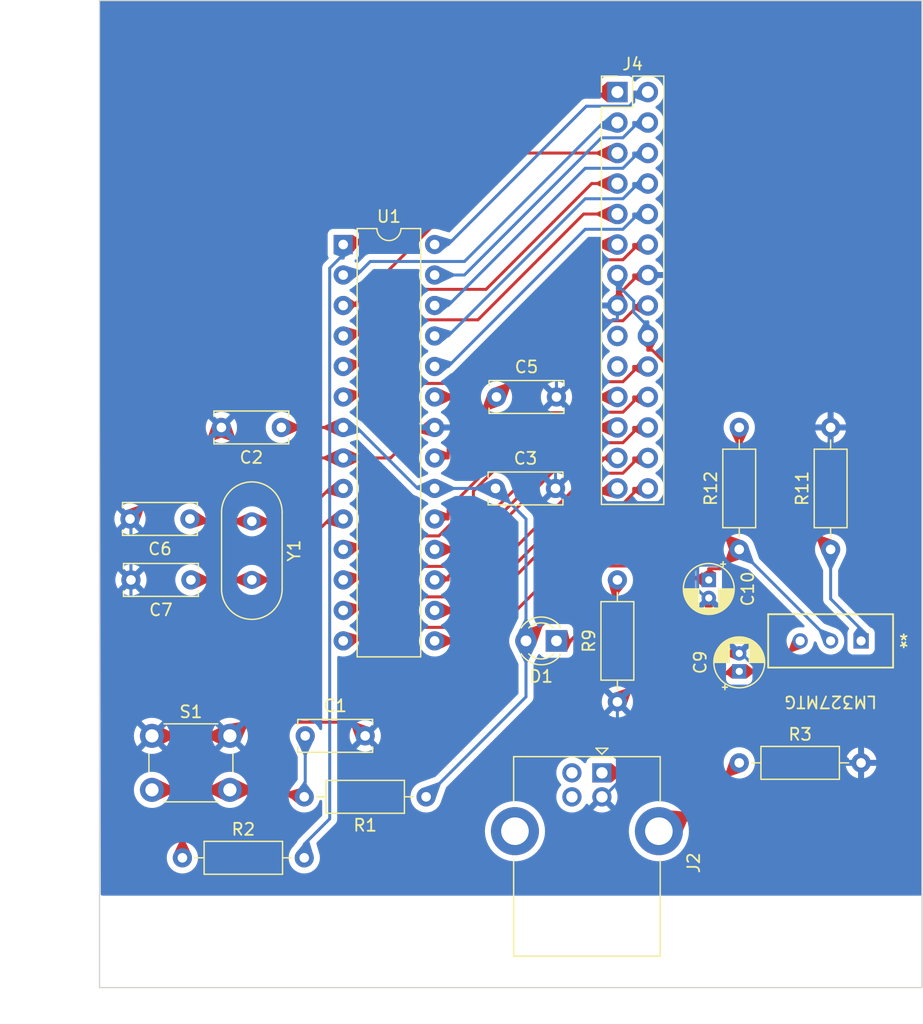
<source format=kicad_pcb>
(kicad_pcb (version 20221018) (generator pcbnew)
  (layers (0 "F.Cu" signal) (31 "B.Cu" signal) (34 "B.Paste" user) (35 "F.Paste" user) (36 "B.SilkS" user "B.Silkscreen") (37 "F.SilkS" user "F.Silkscreen") (38 "B.Mask" user) (39 "F.Mask" user) (44 "Edge.Cuts" user))
  (net 0 "")
  (net 1 "RESET")
  (net 2 "unconnected-(U1-PD0-Pad2)")
  (net 3 "unconnected-(U1-PD1-Pad3)")
  (net 4 "unconnected-(U1-PD2-Pad4)")
  (net 5 "unconnected-(U1-PD3-Pad5)")
  (net 6 "unconnected-(U1-PD4-Pad6)")
  (net 7 "Power")
  (net 8 "GND")
  (net 9 "OSC1")
  (net 10 "OSC2")
  (net 11 "unconnected-(U1-PD5-Pad11)")
  (net 12 "unconnected-(U1-PD6-Pad12)")
  (net 13 "unconnected-(U1-PD7-Pad13)")
  (net 14 "unconnected-(U1-PB0-Pad14)")
  (net 15 "unconnected-(U1-PB1-Pad15)")
  (net 16 "unconnected-(U1-PB2-Pad16)")
  (net 17 "unconnected-(U1-PB3-Pad17)")
  (net 18 "unconnected-(U1-PB4-Pad18)")
  (net 19 "unconnected-(U1-PB5-Pad19)")
  (net 20 "unconnected-(U1-AREF-Pad21)")
  (net 21 "unconnected-(U1-PC0-Pad23)")
  (net 22 "unconnected-(U1-PC1-Pad24)")
  (net 23 "unconnected-(U1-PC2-Pad25)")
  (net 24 "unconnected-(U1-PC3-Pad26)")
  (net 25 "unconnected-(U1-PC4-Pad27)")
  (net 26 "unconnected-(U1-PC5-Pad28)")
  (net 27 "Net-(U2-ADJUST)")
  (net 28 "Vin")
  (net 29 "Shield")
  (net 30 "LEDneg")
  (net 31 "Reset_middle")
  (footprint "Capacitor_THT:C_Disc_D6.0mm_W2.5mm_P5.00mm" (layer "F.Cu") (at 133.99 137.45)
    (fp_text reference "C1" (at 2.5 -2.5) (layer "F.SilkS"))
    (fp_text value "C_Disc_D6.0mm_W2.5mm_P5.00mm")
    (pad "1" thru_hole circle (at 0 0) (size 1.6 1.6) (drill 0.8) (layers "*.Cu" "*.Mask") (net 31 "Reset_middle"))
    (pad "2" thru_hole circle (at 5 0) (size 1.6 1.6) (drill 0.8) (layers "*.Cu" "*.Mask") (net 8 "GND"))
  )
  (footprint "Package_DIP:DIP-28_W7.62mm" (layer "F.Cu") (at 137.16 96.52)
    (fp_text reference "U1" (at 3.81 -2.33) (layer "F.SilkS"))
    (fp_text value "ATmega328P-P")
    (pad "1" thru_hole rect (at 0 0) (size 1.6 1.6) (drill 0.8) (layers "*.Cu" "*.Mask") (net 1 "RESET"))
    (pad "2" thru_hole oval (at 0 2.54) (size 1.6 1.6) (drill 0.8) (layers "*.Cu" "*.Mask") (net 2 "unconnected-(U1-PD0-Pad2)"))
    (pad "3" thru_hole oval (at 0 5.08) (size 1.6 1.6) (drill 0.8) (layers "*.Cu" "*.Mask") (net 3 "unconnected-(U1-PD1-Pad3)"))
    (pad "4" thru_hole oval (at 0 7.62) (size 1.6 1.6) (drill 0.8) (layers "*.Cu" "*.Mask") (net 4 "unconnected-(U1-PD2-Pad4)"))
    (pad "5" thru_hole oval (at 0 10.16) (size 1.6 1.6) (drill 0.8) (layers "*.Cu" "*.Mask") (net 5 "unconnected-(U1-PD3-Pad5)"))
    (pad "6" thru_hole oval (at 0 12.7) (size 1.6 1.6) (drill 0.8) (layers "*.Cu" "*.Mask") (net 6 "unconnected-(U1-PD4-Pad6)"))
    (pad "7" thru_hole oval (at 0 15.24) (size 1.6 1.6) (drill 0.8) (layers "*.Cu" "*.Mask") (net 7 "Power"))
    (pad "8" thru_hole oval (at 0 17.78) (size 1.6 1.6) (drill 0.8) (layers "*.Cu" "*.Mask") (net 8 "GND"))
    (pad "9" thru_hole oval (at 0 20.32) (size 1.6 1.6) (drill 0.8) (layers "*.Cu" "*.Mask") (net 9 "OSC1"))
    (pad "10" thru_hole oval (at 0 22.86) (size 1.6 1.6) (drill 0.8) (layers "*.Cu" "*.Mask") (net 10 "OSC2"))
    (pad "11" thru_hole oval (at 0 25.4) (size 1.6 1.6) (drill 0.8) (layers "*.Cu" "*.Mask") (net 11 "unconnected-(U1-PD5-Pad11)"))
    (pad "12" thru_hole oval (at 0 27.94) (size 1.6 1.6) (drill 0.8) (layers "*.Cu" "*.Mask") (net 12 "unconnected-(U1-PD6-Pad12)"))
    (pad "13" thru_hole oval (at 0 30.48) (size 1.6 1.6) (drill 0.8) (layers "*.Cu" "*.Mask") (net 13 "unconnected-(U1-PD7-Pad13)"))
    (pad "14" thru_hole oval (at 0 33.02) (size 1.6 1.6) (drill 0.8) (layers "*.Cu" "*.Mask") (net 14 "unconnected-(U1-PB0-Pad14)"))
    (pad "15" thru_hole oval (at 7.62 33.02) (size 1.6 1.6) (drill 0.8) (layers "*.Cu" "*.Mask") (net 15 "unconnected-(U1-PB1-Pad15)"))
    (pad "16" thru_hole oval (at 7.62 30.48) (size 1.6 1.6) (drill 0.8) (layers "*.Cu" "*.Mask") (net 16 "unconnected-(U1-PB2-Pad16)"))
    (pad "17" thru_hole oval (at 7.62 27.94) (size 1.6 1.6) (drill 0.8) (layers "*.Cu" "*.Mask") (net 17 "unconnected-(U1-PB3-Pad17)"))
    (pad "18" thru_hole oval (at 7.62 25.4) (size 1.6 1.6) (drill 0.8) (layers "*.Cu" "*.Mask") (net 18 "unconnected-(U1-PB4-Pad18)"))
    (pad "19" thru_hole oval (at 7.62 22.86) (size 1.6 1.6) (drill 0.8) (layers "*.Cu" "*.Mask") (net 19 "unconnected-(U1-PB5-Pad19)"))
    (pad "20" thru_hole oval (at 7.62 20.32) (size 1.6 1.6) (drill 0.8) (layers "*.Cu" "*.Mask") (net 7 "Power"))
    (pad "21" thru_hole oval (at 7.62 17.78) (size 1.6 1.6) (drill 0.8) (layers "*.Cu" "*.Mask") (net 20 "unconnected-(U1-AREF-Pad21)"))
    (pad "22" thru_hole oval (at 7.62 15.24) (size 1.6 1.6) (drill 0.8) (layers "*.Cu" "*.Mask") (net 8 "GND"))
    (pad "23" thru_hole oval (at 7.62 12.7) (size 1.6 1.6) (drill 0.8) (layers "*.Cu" "*.Mask") (net 21 "unconnected-(U1-PC0-Pad23)"))
    (pad "24" thru_hole oval (at 7.62 10.16) (size 1.6 1.6) (drill 0.8) (layers "*.Cu" "*.Mask") (net 22 "unconnected-(U1-PC1-Pad24)"))
    (pad "25" thru_hole oval (at 7.62 7.62) (size 1.6 1.6) (drill 0.8) (layers "*.Cu" "*.Mask") (net 23 "unconnected-(U1-PC2-Pad25)"))
    (pad "26" thru_hole oval (at 7.62 5.08) (size 1.6 1.6) (drill 0.8) (layers "*.Cu" "*.Mask") (net 24 "unconnected-(U1-PC3-Pad26)"))
    (pad "27" thru_hole oval (at 7.62 2.54) (size 1.6 1.6) (drill 0.8) (layers "*.Cu" "*.Mask") (net 25 "unconnected-(U1-PC4-Pad27)"))
    (pad "28" thru_hole oval (at 7.62 0) (size 1.6 1.6) (drill 0.8) (layers "*.Cu" "*.Mask") (net 26 "unconnected-(U1-PC5-Pad28)"))
  )
  (footprint "LM317:TO220-3_ONS" (layer "F.Cu") (at 180.34 129.54 180)
    (fp_text reference "LM327MTG" (at 2.54 -5.08 180 unlocked) (layer "F.SilkS"))
    (fp_text value "LM317MTG")
    (fp_text user "*" (at -3.556 0) (layer "F.SilkS"))
    (fp_text user "*" (at -3.556 0 180 unlocked) (layer "F.SilkS"))
    (pad "1" thru_hole rect (at 0 0 180) (size 1.27 1.27) (drill 0.762) (layers "*.Cu" "*.Mask") (net 27 "Net-(U2-ADJUST)"))
    (pad "2" thru_hole circle (at 2.54 0 180) (size 1.27 1.27) (drill 0.762) (layers "*.Cu" "*.Mask") (net 7 "Power"))
    (pad "3" thru_hole circle (at 5.08 0 180) (size 1.27 1.27) (drill 0.762) (layers "*.Cu" "*.Mask") (net 28 "Vin"))
  )
  (footprint "Button_Switch_THT:SW_PUSH_6mm" (layer "F.Cu") (at 121.21 137.45)
    (fp_text reference "S1" (at 3.25 -2) (layer "F.SilkS"))
    (fp_text value "SW_PUSH_6mm")
    (pad "1" thru_hole circle (at 0 0 90) (size 2 2) (drill 1.1) (layers "*.Cu" "*.Mask") (net 8 "GND"))
    (pad "1" thru_hole circle (at 6.5 0 90) (size 2 2) (drill 1.1) (layers "*.Cu" "*.Mask") (net 8 "GND"))
    (pad "2" thru_hole circle (at 0 4.5 90) (size 2 2) (drill 1.1) (layers "*.Cu" "*.Mask") (net 31 "Reset_middle"))
    (pad "2" thru_hole circle (at 6.5 4.5 90) (size 2 2) (drill 1.1) (layers "*.Cu" "*.Mask") (net 31 "Reset_middle"))
  )
  (footprint "Connector_PinHeader_2.54mm:PinHeader_2x14_P2.54mm_Vertical" (layer "F.Cu") (at 160.02 83.82)
    (fp_text reference "J4" (at 1.27 -2.33) (layer "F.SilkS"))
    (fp_text value "PinHeader_2x14_P2.54mm_Vertical")
    (pad "1" thru_hole rect (at 0 0) (size 1.7 1.7) (drill 1) (layers "*.Cu" "*.Mask") (net 1 "RESET"))
    (pad "2" thru_hole oval (at 0 2.54) (size 1.7 1.7) (drill 1) (layers "*.Cu" "*.Mask") (net 2 "unconnected-(U1-PD0-Pad2)"))
    (pad "3" thru_hole oval (at 0 5.08) (size 1.7 1.7) (drill 1) (layers "*.Cu" "*.Mask") (net 3 "unconnected-(U1-PD1-Pad3)"))
    (pad "4" thru_hole oval (at 0 7.62) (size 1.7 1.7) (drill 1) (layers "*.Cu" "*.Mask") (net 4 "unconnected-(U1-PD2-Pad4)"))
    (pad "5" thru_hole oval (at 0 10.16) (size 1.7 1.7) (drill 1) (layers "*.Cu" "*.Mask") (net 5 "unconnected-(U1-PD3-Pad5)"))
    (pad "6" thru_hole oval (at 0 12.7) (size 1.7 1.7) (drill 1) (layers "*.Cu" "*.Mask") (net 6 "unconnected-(U1-PD4-Pad6)"))
    (pad "7" thru_hole oval (at 0 15.24) (size 1.7 1.7) (drill 1) (layers "*.Cu" "*.Mask") (net 7 "Power"))
    (pad "8" thru_hole oval (at 0 17.78) (size 1.7 1.7) (drill 1) (layers "*.Cu" "*.Mask") (net 8 "GND"))
    (pad "9" thru_hole oval (at 0 20.32) (size 1.7 1.7) (drill 1) (layers "*.Cu" "*.Mask"))
    (pad "10" thru_hole oval (at 0 22.86) (size 1.7 1.7) (drill 1) (layers "*.Cu" "*.Mask"))
    (pad "11" thru_hole oval (at 0 25.4) (size 1.7 1.7) (drill 1) (layers "*.Cu" "*.Mask") (net 11 "unconnected-(U1-PD5-Pad11)"))
    (pad "12" thru_hole oval (at 0 27.94) (size 1.7 1.7) (drill 1) (layers "*.Cu" "*.Mask") (net 12 "unconnected-(U1-PD6-Pad12)"))
    (pad "13" thru_hole oval (at 0 30.48) (size 1.7 1.7) (drill 1) (layers "*.Cu" "*.Mask") (net 13 "unconnected-(U1-PD7-Pad13)"))
    (pad "14" thru_hole oval (at 0 33.02) (size 1.7 1.7) (drill 1) (layers "*.Cu" "*.Mask") (net 14 "unconnected-(U1-PB0-Pad14)"))
    (pad "15" thru_hole oval (at 2.54 33.02) (size 1.7 1.7) (drill 1) (layers "*.Cu" "*.Mask") (net 15 "unconnected-(U1-PB1-Pad15)"))
    (pad "16" thru_hole oval (at 2.54 30.48) (size 1.7 1.7) (drill 1) (layers "*.Cu" "*.Mask") (net 16 "unconnected-(U1-PB2-Pad16)"))
    (pad "17" thru_hole oval (at 2.54 27.94) (size 1.7 1.7) (drill 1) (layers "*.Cu" "*.Mask") (net 17 "unconnected-(U1-PB3-Pad17)"))
    (pad "18" thru_hole oval (at 2.54 25.4) (size 1.7 1.7) (drill 1) (layers "*.Cu" "*.Mask") (net 18 "unconnected-(U1-PB4-Pad18)"))
    (pad "19" thru_hole oval (at 2.54 22.86) (size 1.7 1.7) (drill 1) (layers "*.Cu" "*.Mask") (net 19 "unconnected-(U1-PB5-Pad19)"))
    (pad "20" thru_hole oval (at 2.54 20.32) (size 1.7 1.7) (drill 1) (layers "*.Cu" "*.Mask") (net 7 "Power"))
    (pad "21" thru_hole oval (at 2.54 17.78) (size 1.7 1.7) (drill 1) (layers "*.Cu" "*.Mask") (net 20 "unconnected-(U1-AREF-Pad21)"))
    (pad "22" thru_hole oval (at 2.54 15.24) (size 1.7 1.7) (drill 1) (layers "*.Cu" "*.Mask") (net 8 "GND"))
    (pad "23" thru_hole oval (at 2.54 12.7) (size 1.7 1.7) (drill 1) (layers "*.Cu" "*.Mask") (net 21 "unconnected-(U1-PC0-Pad23)"))
    (pad "24" thru_hole oval (at 2.54 10.16) (size 1.7 1.7) (drill 1) (layers "*.Cu" "*.Mask") (net 22 "unconnected-(U1-PC1-Pad24)"))
    (pad "25" thru_hole oval (at 2.54 7.62) (size 1.7 1.7) (drill 1) (layers "*.Cu" "*.Mask") (net 23 "unconnected-(U1-PC2-Pad25)"))
    (pad "26" thru_hole oval (at 2.54 5.08) (size 1.7 1.7) (drill 1) (layers "*.Cu" "*.Mask") (net 24 "unconnected-(U1-PC3-Pad26)"))
    (pad "27" thru_hole oval (at 2.54 2.54) (size 1.7 1.7) (drill 1) (layers "*.Cu" "*.Mask") (net 25 "unconnected-(U1-PC4-Pad27)"))
    (pad "28" thru_hole oval (at 2.54 0) (size 1.7 1.7) (drill 1) (layers "*.Cu" "*.Mask") (net 26 "unconnected-(U1-PC5-Pad28)"))
  )
  (footprint "Capacitor_THT:C_Disc_D6.0mm_W2.5mm_P5.00mm" (layer "F.Cu") (at 124.38 119.38 180)
    (fp_text reference "C6" (at 2.5 -2.5) (layer "F.SilkS"))
    (fp_text value "C_Disc_D6.0mm_W2.5mm_P5.00mm")
    (pad "1" thru_hole circle (at 0 0 180) (size 1.6 1.6) (drill 0.8) (layers "*.Cu" "*.Mask") (net 9 "OSC1"))
    (pad "2" thru_hole circle (at 5 0 180) (size 1.6 1.6) (drill 0.8) (layers "*.Cu" "*.Mask") (net 8 "GND"))
  )
  (footprint "Capacitor_THT:C_Disc_D6.0mm_W2.5mm_P5.00mm" (layer "F.Cu") (at 124.46 124.46 180)
    (fp_text reference "C7" (at 2.5 -2.5) (layer "F.SilkS"))
    (fp_text value "C_Disc_D6.0mm_W2.5mm_P5.00mm")
    (pad "1" thru_hole circle (at 0 0 180) (size 1.6 1.6) (drill 0.8) (layers "*.Cu" "*.Mask") (net 10 "OSC2"))
    (pad "2" thru_hole circle (at 5 0 180) (size 1.6 1.6) (drill 0.8) (layers "*.Cu" "*.Mask") (net 8 "GND"))
  )
  (footprint "Capacitor_THT:C_Disc_D6.0mm_W2.5mm_P5.00mm" (layer "F.Cu") (at 132 111.76 180)
    (fp_text reference "C2" (at 2.5 -2.5) (layer "F.SilkS"))
    (fp_text value "C_Disc_D6.0mm_W2.5mm_P5.00mm")
    (pad "1" thru_hole circle (at 0 0 180) (size 1.6 1.6) (drill 0.8) (layers "*.Cu" "*.Mask") (net 7 "Power"))
    (pad "2" thru_hole circle (at 5 0 180) (size 1.6 1.6) (drill 0.8) (layers "*.Cu" "*.Mask") (net 8 "GND"))
  )
  (footprint "LED_THT:LED_D3.0mm" (layer "F.Cu") (at 154.94 129.54 180)
    (fp_text reference "D1" (at 1.27 -2.96) (layer "F.SilkS"))
    (fp_text value "LED_D3.0mm")
    (pad "1" thru_hole rect (at 0 0 180) (size 1.8 1.8) (drill 0.9) (layers "*.Cu" "*.Mask") (net 30 "LEDneg"))
    (pad "2" thru_hole circle (at 2.54 0 180) (size 1.8 1.8) (drill 0.9) (layers "*.Cu" "*.Mask") (net 7 "Power"))
  )
  (footprint "Capacitor_THT:CP_Radial_D4.0mm_P1.50mm" (layer "F.Cu") (at 167.64 124.46 -90)
    (fp_text reference "C10" (at 0.75 -3.25 90) (layer "F.SilkS"))
    (fp_text value "CP_Radial_D4.0mm_P1.50mm")
    (pad "1" thru_hole rect (at 0 0 270) (size 1.2 1.2) (drill 0.6) (layers "*.Cu" "*.Mask") (net 7 "Power"))
    (pad "2" thru_hole circle (at 1.5 0 270) (size 1.2 1.2) (drill 0.6) (layers "*.Cu" "*.Mask") (net 8 "GND"))
  )
  (footprint "Resistor_THT:R_Axial_DIN0207_L6.3mm_D2.5mm_P10.16mm_Horizontal" (layer "F.Cu") (at 144.07 142.53 180)
    (fp_text reference "R1" (at 5.08 -2.37) (layer "F.SilkS"))
    (fp_text value "10k")
    (pad "1" thru_hole circle (at 0 0 180) (size 1.6 1.6) (drill 0.8) (layers "*.Cu" "*.Mask") (net 7 "Power"))
    (pad "2" thru_hole oval (at 10.16 0 180) (size 1.6 1.6) (drill 0.8) (layers "*.Cu" "*.Mask") (net 31 "Reset_middle"))
  )
  (footprint "Resistor_THT:R_Axial_DIN0207_L6.3mm_D2.5mm_P10.16mm_Horizontal" (layer "F.Cu") (at 160.02 134.62 90)
    (fp_text reference "R9" (at 5.08 -2.37 90) (layer "F.SilkS"))
    (fp_text value "1000")
    (pad "1" thru_hole circle (at 0 0 90) (size 1.6 1.6) (drill 0.8) (layers "*.Cu" "*.Mask") (net 8 "GND"))
    (pad "2" thru_hole oval (at 10.16 0 90) (size 1.6 1.6) (drill 0.8) (layers "*.Cu" "*.Mask") (net 30 "LEDneg"))
  )
  (footprint "Resistor_THT:R_Axial_DIN0207_L6.3mm_D2.5mm_P10.16mm_Horizontal" (layer "F.Cu") (at 177.8 121.92 90)
    (fp_text reference "R11" (at 5.08 -2.37 90) (layer "F.SilkS"))
    (fp_text value "1000")
    (pad "1" thru_hole circle (at 0 0 90) (size 1.6 1.6) (drill 0.8) (layers "*.Cu" "*.Mask") (net 27 "Net-(U2-ADJUST)"))
    (pad "2" thru_hole oval (at 10.16 0 90) (size 1.6 1.6) (drill 0.8) (layers "*.Cu" "*.Mask") (net 8 "GND"))
  )
  (footprint "Capacitor_THT:C_Disc_D6.0mm_W2.5mm_P5.00mm" (layer "F.Cu") (at 149.94 109.22)
    (fp_text reference "C5" (at 2.5 -2.5) (layer "F.SilkS"))
    (fp_text value "C_Disc_D6.0mm_W2.5mm_P5.00mm")
    (pad "1" thru_hole circle (at 0 0) (size 1.6 1.6) (drill 0.8) (layers "*.Cu" "*.Mask") (net 20 "unconnected-(U1-AREF-Pad21)"))
    (pad "2" thru_hole circle (at 5 0) (size 1.6 1.6) (drill 0.8) (layers "*.Cu" "*.Mask") (net 8 "GND"))
  )
  (footprint "Capacitor_THT:C_Disc_D6.0mm_W2.5mm_P5.00mm" (layer "F.Cu") (at 149.86 116.84)
    (fp_text reference "C3" (at 2.5 -2.5) (layer "F.SilkS"))
    (fp_text value "C_Disc_D6.0mm_W2.5mm_P5.00mm")
    (pad "1" thru_hole circle (at 0 0) (size 1.6 1.6) (drill 0.8) (layers "*.Cu" "*.Mask") (net 7 "Power"))
    (pad "2" thru_hole circle (at 5 0) (size 1.6 1.6) (drill 0.8) (layers "*.Cu" "*.Mask") (net 8 "GND"))
  )
  (footprint "Connector_USB:USB_B_Lumberg_2411_02_Horizontal" (layer "F.Cu") (at 158.73 140.5325 -90)
    (fp_text reference "J2" (at 7.5 -7.65 90) (layer "F.SilkS"))
    (fp_text value "USB_B_Lumberg_2411_02_Horizontal")
    (pad "1" thru_hole rect (at 0 0) (size 1.6 1.6) (drill 0.95) (layers "*.Cu" "*.Mask") (net 28 "Vin"))
    (pad "2" thru_hole circle (at 0 2.5) (size 1.6 1.6) (drill 0.95) (layers "*.Cu" "*.Mask"))
    (pad "3" thru_hole circle (at 2 2.5) (size 1.6 1.6) (drill 0.95) (layers "*.Cu" "*.Mask"))
    (pad "4" thru_hole circle (at 2 0) (size 1.6 1.6) (drill 0.95) (layers "*.Cu" "*.Mask") (net 8 "GND"))
    (pad "5" thru_hole circle (at 4.86 -4.75) (size 4 4) (drill 2.3) (layers "*.Cu" "*.Mask") (net 29 "Shield"))
    (pad "5" thru_hole circle (at 4.86 7.25) (size 4 4) (drill 2.3) (layers "*.Cu" "*.Mask"))
  )
  (footprint "Resistor_THT:R_Axial_DIN0207_L6.3mm_D2.5mm_P10.16mm_Horizontal" (layer "F.Cu") (at 170.18 139.7)
    (fp_text reference "R3" (at 5.08 -2.37) (layer "F.SilkS"))
    (fp_text value "1M")
    (pad "1" thru_hole circle (at 0 0) (size 1.6 1.6) (drill 0.8) (layers "*.Cu" "*.Mask") (net 29 "Shield"))
    (pad "2" thru_hole oval (at 10.16 0) (size 1.6 1.6) (drill 0.8) (layers "*.Cu" "*.Mask") (net 8 "GND"))
  )
  (footprint "Crystal:Crystal_HC49-4H_Vertical" (layer "F.Cu") (at 129.54 119.58 -90)
    (fp_text reference "Y1" (at 2.44 -3.525 90) (layer "F.SilkS"))
    (fp_text value "Crystal_HC49-4H_Vertical")
    (pad "1" thru_hole circle (at 0 0 270) (size 1.5 1.5) (drill 0.8) (layers "*.Cu" "*.Mask") (net 9 "OSC1"))
    (pad "2" thru_hole circle (at 4.88 0 270) (size 1.5 1.5) (drill 0.8) (layers "*.Cu" "*.Mask") (net 10 "OSC2"))
  )
  (footprint "Resistor_THT:R_Axial_DIN0207_L6.3mm_D2.5mm_P10.16mm_Horizontal" (layer "F.Cu") (at 170.18 121.92 90)
    (fp_text reference "R12" (at 5.08 -2.37 90) (layer "F.SilkS"))
    (fp_text value "330")
    (pad "1" thru_hole circle (at 0 0 90) (size 1.6 1.6) (drill 0.8) (layers "*.Cu" "*.Mask") (net 7 "Power"))
    (pad "2" thru_hole oval (at 10.16 0 90) (size 1.6 1.6) (drill 0.8) (layers "*.Cu" "*.Mask") (net 27 "Net-(U2-ADJUST)"))
  )
  (footprint "Resistor_THT:R_Axial_DIN0207_L6.3mm_D2.5mm_P10.16mm_Horizontal" (layer "F.Cu") (at 123.75 147.61)
    (fp_text reference "R2" (at 5.08 -2.37) (layer "F.SilkS"))
    (fp_text value "1000")
    (pad "1" thru_hole circle (at 0 0) (size 1.6 1.6) (drill 0.8) (layers "*.Cu" "*.Mask") (net 31 "Reset_middle"))
    (pad "2" thru_hole oval (at 10.16 0) (size 1.6 1.6) (drill 0.8) (layers "*.Cu" "*.Mask") (net 1 "RESET"))
  )
  (footprint "Capacitor_THT:CP_Radial_D4.0mm_P1.50mm" (layer "F.Cu") (at 170.18 132.08 90)
    (fp_text reference "C9" (at 0.75 -3.25 90) (layer "F.SilkS"))
    (fp_text value "CP_Radial_D4.0mm_P1.50mm" hide)
    (pad "1" thru_hole rect (at 0 0 90) (size 1.2 1.2) (drill 0.6) (layers "*.Cu" "*.Mask") (net 28 "Vin"))
    (pad "2" thru_hole circle (at 1.5 0 90) (size 1.2 1.2) (drill 0.6) (layers "*.Cu" "*.Mask") (net 8 "GND"))
  )
  (gr_rect (start 116.84 76.2) (end 185.42 158.42) (stroke (width 0.1)) (fill none) (layer "Edge.Cuts"))
  (segment (start 150.9869 83.82) (end 160.02 83.82) (width 0.25) (layer "F.Cu") (net 1))
  (segment (start 137.16 96.52) (end 138.2869 96.52) (width 0.25) (layer "F.Cu") (net 1))
  (segment (start 138.2869 96.52) (end 150.9869 83.82) (width 0.25) (layer "F.Cu") (net 1))
  (segment (start 136.0331 144.36) (end 133.91 146.4831) (width 0.25) (layer "B.Cu") (net 1))
  (segment (start 137.16 96.52) (end 137.16 97.6469) (width 0.25) (layer "B.Cu") (net 1))
  (segment (start 136.8782 97.6469) (end 136.0331 98.492) (width 0.25) (layer "B.Cu") (net 1))
  (segment (start 137.16 97.6469) (end 136.8782 97.6469) (width 0.25) (layer "B.Cu") (net 1))
  (segment (start 136.0331 98.492) (end 136.0331 144.36) (width 0.25) (layer "B.Cu") (net 1))
  (segment (start 133.91 147.61) (end 133.91 146.4831) (width 0.25) (layer "B.Cu") (net 1))
  (segment (start 147.27 97.9331) (end 158.8431 86.36) (width 0.25) (layer "B.Cu") (net 2))
  (segment (start 137.16 99.06) (end 138.2869 99.06) (width 0.25) (layer "B.Cu") (net 2))
  (segment (start 139.4138 97.9331) (end 147.27 97.9331) (width 0.25) (layer "B.Cu") (net 2))
  (segment (start 160.02 86.36) (end 158.8431 86.36) (width 0.25) (layer "B.Cu") (net 2))
  (segment (start 138.2869 99.06) (end 139.4138 97.9331) (width 0.25) (layer "B.Cu") (net 2))
  (segment (start 137.16 101.6) (end 138.2869 101.6) (width 0.25) (layer "F.Cu") (net 3))
  (segment (start 150.7052 88.9) (end 160.02 88.9) (width 0.25) (layer "F.Cu") (net 3))
  (segment (start 138.2869 101.3183) (end 150.7052 88.9) (width 0.25) (layer "F.Cu") (net 3))
  (segment (start 138.2869 101.6) (end 138.2869 101.3183) (width 0.25) (layer "F.Cu") (net 3))
  (segment (start 138.2869 104.14) (end 142.1723 100.2546) (width 0.25) (layer "F.Cu") (net 4))
  (segment (start 157.8834 91.44) (end 160.02 91.44) (width 0.25) (layer "F.Cu") (net 4))
  (segment (start 137.16 104.14) (end 138.2869 104.14) (width 0.25) (layer "F.Cu") (net 4))
  (segment (start 149.0688 100.2546) (end 157.8834 91.44) (width 0.25) (layer "F.Cu") (net 4))
  (segment (start 142.1723 100.2546) (end 149.0688 100.2546) (width 0.25) (layer "F.Cu") (net 4))
  (segment (start 137.16 106.68) (end 138.2869 106.68) (width 0.25) (layer "F.Cu") (net 5))
  (segment (start 142.1723 102.7946) (end 138.2869 106.68) (width 0.25) (layer "F.Cu") (net 5))
  (segment (start 157.2064 93.98) (end 148.3918 102.7946) (width 0.25) (layer "F.Cu") (net 5))
  (segment (start 148.3918 102.7946) (end 142.1723 102.7946) (width 0.25) (layer "F.Cu") (net 5))
  (segment (start 160.02 93.98) (end 157.2064 93.98) (width 0.25) (layer "F.Cu") (net 5))
  (segment (start 138.2869 109.22) (end 139.4138 108.0931) (width 0.25) (layer "F.Cu") (net 6))
  (segment (start 146.7155 108.0931) (end 158.2886 96.52) (width 0.25) (layer "F.Cu") (net 6))
  (segment (start 158.2886 96.52) (end 160.02 96.52) (width 0.25) (layer "F.Cu") (net 6))
  (segment (start 137.16 109.22) (end 138.2869 109.22) (width 0.25) (layer "F.Cu") (net 6))
  (segment (start 139.4138 108.0931) (end 146.7155 108.0931) (width 0.25) (layer "F.Cu") (net 6))
  (segment (start 168.4879 120.2279) (end 168.4879 110.879) (width 0.25) (layer "F.Cu") (net 7))
  (segment (start 167.1766 124.46) (end 166.7131 124.46) (width 0.25) (layer "F.Cu") (net 7))
  (segment (start 162.9258 105.3169) (end 162.56 105.3169) (width 0.25) (layer "F.Cu") (net 7))
  (segment (start 162.56 104.14) (end 162.56 105.3169) (width 0.25) (layer "F.Cu") (net 7))
  (segment (start 167.1766 124.46) (end 167.64 124.46) (width 0.25) (layer "F.Cu") (net 7))
  (segment (start 137.16 111.76) (end 132 111.76) (width 0.25) (layer "F.Cu") (net 7))
  (segment (start 168.5669 123.5331) (end 170.18 121.92) (width 0.25) (layer "F.Cu") (net 7))
  (segment (start 168.4879 110.879) (end 162.9258 105.3169) (width 0.25) (layer "F.Cu") (net 7))
  (segment (start 152.4 129.54) (end 158.6404 123.2996) (width 0.25) (layer "F.Cu") (net 7))
  (segment (start 167.64 123.5331) (end 168.5669 123.5331) (width 0.25) (layer "F.Cu") (net 7))
  (segment (start 170.18 121.92) (end 168.4879 120.2279) (width 0.25) (layer "F.Cu") (net 7))
  (segment (start 165.5527 123.2996) (end 166.7131 124.46) (width 0.25) (layer "F.Cu") (net 7))
  (segment (start 158.6404 123.2996) (end 165.5527 123.2996) (width 0.25) (layer "F.Cu") (net 7))
  (segment (start 167.64 124.46) (end 167.64 123.5331) (width 0.25) (layer "F.Cu") (net 7))
  (segment (start 177.8 129.54) (end 170.18 121.92) (width 0.25) (layer "B.Cu") (net 7))
  (segment (start 144.07 142.53) (end 152.4 134.2) (width 0.25) (layer "B.Cu") (net 7))
  (segment (start 160.02 99.06) (end 160.02 100.2369) (width 0.25) (layer "B.Cu") (net 7))
  (segment (start 152.4 119.38) (end 149.86 116.84) (width 0.25) (layer "B.Cu") (net 7))
  (segment (start 162.56 102.9631) (end 162.1921 102.9631) (width 0.25) (layer "B.Cu") (net 7))
  (segment (start 152.4 129.54) (end 152.4 119.38) (width 0.25) (layer "B.Cu") (net 7))
  (segment (start 160.3858 100.2369) (end 160.02 100.2369) (width 0.25) (layer "B.Cu") (net 7))
  (segment (start 144.78 116.84) (end 145.9069 116.84) (width 0.25) (layer "B.Cu") (net 7))
  (segment (start 143.3669 116.84) (end 144.78 116.84) (width 0.25) (layer "B.Cu") (net 7))
  (segment (start 137.16 111.76) (end 138.2869 111.76) (width 0.25) (layer "B.Cu") (net 7))
  (segment (start 152.4 134.2) (end 152.4 129.54) (width 0.25) (layer "B.Cu") (net 7))
  (segment (start 149.86 116.84) (end 145.9069 116.84) (width 0.25) (layer "B.Cu") (net 7))
  (segment (start 162.56 104.14) (end 162.56 102.9631) (width 0.25) (layer "B.Cu") (net 7))
  (segment (start 161.3831 101.2342) (end 160.3858 100.2369) (width 0.25) (layer "B.Cu") (net 7))
  (segment (start 162.1921 102.9631) (end 161.3831 102.1541) (width 0.25) (layer "B.Cu") (net 7))
  (segment (start 138.2869 111.76) (end 143.3669 116.84) (width 0.25) (layer "B.Cu") (net 7))
  (segment (start 161.3831 102.1541) (end 161.3831 101.2342) (width 0.25) (layer "B.Cu") (net 7))
  (segment (start 121.21 137.45) (end 127.71 137.45) (width 0.25) (layer "F.Cu") (net 8))
  (segment (start 167.64 130.58) (end 164.06 130.58) (width 0.25) (layer "F.Cu") (net 8))
  (segment (start 143.6531 111.76) (end 141.1131 114.3) (width 0.25) (layer "F.Cu") (net 8))
  (segment (start 167.64 125.96) (end 167.64 130.58) (width 0.25) (layer "F.Cu") (net 8))
  (segment (start 161.3831 99.4278) (end 161.3831 99.06) (width 0.25) (layer "F.Cu") (net 8))
  (segment (start 137.16 114.3) (end 129.54 114.3) (width 0.25) (layer "F.Cu") (net 8))
  (segment (start 141.1131 114.3) (end 137.16 114.3) (width 0.25) (layer "F.Cu") (net 8))
  (segment (start 160.3878 100.4231) (end 161.3831 99.4278) (width 0.25) (layer "F.Cu") (net 8))
  (segment (start 137.853 136.313) (end 138.99 137.45) (width 0.25) (layer "F.Cu") (net 8))
  (segment (start 129.54 114.3) (end 127 111.76) (width 0.25) (layer "F.Cu") (net 8))
  (segment (start 144.78 111.76) (end 143.6531 111.76) (width 0.25) (layer "F.Cu") (net 8))
  (segment (start 160.02 100.4231) (end 160.3878 100.4231) (width 0.25) (layer "F.Cu") (net 8))
  (segment (start 170.18 130.58) (end 167.64 130.58) (width 0.25) (layer "F.Cu") (net 8))
  (segment (start 164.06 130.58) (end 160.02 134.62) (width 0.25) (layer "F.Cu") (net 8))
  (segment (start 128.847 136.313) (end 137.853 136.313) (width 0.25) (layer "F.Cu") (net 8))
  (segment (start 119.38 119.38) (end 127 111.76) (width 0.25) (layer "F.Cu") (net 8))
  (segment (start 162.56 99.06) (end 161.3831 99.06) (width 0.25) (layer "F.Cu") (net 8))
  (segment (start 160.02 101.6) (end 160.02 100.4231) (width 0.25) (layer "F.Cu") (net 8))
  (segment (start 127.71 137.45) (end 128.847 136.313) (width 0.25) (layer "F.Cu") (net 8))
  (segment (start 121.21 137.45) (end 119.46 135.7) (width 0.25) (layer "B.Cu") (net 8))
  (segment (start 160.02 141.3832) (end 160.02 134.62) (width 0.25) (layer "B.Cu") (net 8))
  (segment (start 119.46 119.46) (end 119.46 124.46) (width 0.25) (layer "B.Cu") (net 8))
  (segment (start 166.7131 125.2644) (end 166.7131 118.024) (width 0.25) (layer "B.Cu") (net 8))
  (segment (start 166.7131 118.024) (end 172.6629 118.024) (width 0.25) (layer "B.Cu") (net 8))
  (segment (start 119.38 119.38) (end 119.46 119.46) (width 0.25) (layer "B.Cu") (net 8))
  (segment (start 170.18 130.58) (end 170.37 130.58) (width 0.25) (layer "B.Cu") (net 8))
  (segment (start 144.78 111.76) (end 152.4 111.76) (width 0.25) (layer "B.Cu") (net 8))
  (segment (start 154.86 116.84) (end 154.86 114.22) (width 0.25) (layer "B.Cu") (net 8))
  (segment (start 179.2131 139.4231) (end 179.2131 139.7) (width 0.25) (layer "B.Cu") (net 8))
  (segment (start 154.94 109.22) (end 154.94 107.4911) (width 0.25) (layer "B.Cu") (net 8))
  (segment (start 167.64 125.96) (end 167.4087 125.96) (width 0.25) (layer "B.Cu") (net 8))
  (segment (start 154.94 107.4911) (end 159.6542 102.7769) (width 0.25) (layer "B.Cu") (net 8))
  (segment (start 180.34 139.7) (end 179.2131 139.7) (width 0.25) (layer "B.Cu") (net 8))
  (segment (start 154.86 116.84) (end 156.044 118.024) (width 0.25) (layer "B.Cu") (net 8))
  (segment (start 160.02 101.6) (end 160.02 102.7769) (width 0.25) (layer "B.Cu") (net 8))
  (segment (start 158.73 142.5325) (end 158.8707 142.5325) (width 0.25) (layer "B.Cu") (net 8))
  (segment (start 159.6542 102.7769) (end 160.02 102.7769) (width 0.25) (layer "B.Cu") (net 8))
  (segment (start 119.46 135.7) (end 119.46 124.46) (width 0.25) (layer "B.Cu") (net 8))
  (segment (start 152.4 111.76) (end 154.94 109.22) (width 0.25) (layer "B.Cu") (net 8))
  (segment (start 170.37 130.58) (end 179.2131 139.4231) (width 0.25) (layer "B.Cu") (net 8))
  (segment (start 154.86 114.22) (end 152.4 111.76) (width 0.25) (layer "B.Cu") (net 8))
  (segment (start 177.8 111.76) (end 177.8 112.8869) (width 0.25) (layer "B.Cu") (net 8))
  (segment (start 158.8707 142.5325) (end 160.02 141.3832) (width 0.25) (layer "B.Cu") (net 8))
  (segment (start 156.044 118.024) (end 166.7131 118.024) (width 0.25) (layer "B.Cu") (net 8))
  (segment (start 172.6629 118.024) (end 177.8 112.8869) (width 0.25) (layer "B.Cu") (net 8))
  (segment (start 167.4087 125.96) (end 166.7131 125.2644) (width 0.25) (layer "B.Cu") (net 8))
  (segment (start 137.16 116.84) (end 136.0331 116.84) (width 0.25) (layer "F.Cu") (net 9))
  (segment (start 136.0331 116.84) (end 133.2931 119.58) (width 0.25) (layer "F.Cu") (net 9))
  (segment (start 133.2931 119.58) (end 129.54 119.58) (width 0.25) (layer "F.Cu") (net 9))
  (segment (start 124.58 119.58) (end 124.38 119.38) (width 0.25) (layer "F.Cu") (net 9))
  (segment (start 129.54 119.58) (end 124.58 119.58) (width 0.25) (layer "F.Cu") (net 9))
  (segment (start 137.16 119.38) (end 136.0331 119.38) (width 0.25) (layer "F.Cu") (net 10))
  (segment (start 136.0331 119.38) (end 130.9531 124.46) (width 0.25) (layer "F.Cu") (net 10))
  (segment (start 130.9531 124.46) (end 129.54 124.46) (width 0.25) (layer "F.Cu") (net 10))
  (segment (start 129.54 124.46) (end 124.46 124.46) (width 0.25) (layer "F.Cu") (net 10))
  (segment (start 152.468 115.162) (end 158.41 109.22) (width 0.25) (layer "F.Cu") (net 11))
  (segment (start 148.0149 117.9134) (end 148.0149 117.0721) (width 0.25) (layer "F.Cu") (net 11))
  (segment (start 158.41 109.22) (end 160.02 109.22) (width 0.25) (layer "F.Cu") (net 11))
  (segment (start 145.1352 120.7931) (end 148.0149 117.9134) (width 0.25) (layer "F.Cu") (net 11))
  (segment (start 139.4138 120.7931) (end 145.1352 120.7931) (width 0.25) (layer "F.Cu") (net 11))
  (segment (start 148.0149 117.0721) (end 149.925 115.162) (width 0.25) (layer "F.Cu") (net 11))
  (segment (start 137.16 121.92) (end 138.2869 121.92) (width 0.25) (layer "F.Cu") (net 11))
  (segment (start 138.2869 121.92) (end 139.4138 120.7931) (width 0.25) (layer "F.Cu") (net 11))
  (segment (start 149.925 115.162) (end 152.468 115.162) (width 0.25) (layer "F.Cu") (net 11))
  (segment (start 157.5441 111.76) (end 158.8431 111.76) (width 0.25) (layer "F.Cu") (net 12))
  (segment (start 137.16 124.46) (end 138.2869 124.46) (width 0.25) (layer "F.Cu") (net 12))
  (segment (start 160.02 111.76) (end 158.8431 111.76) (width 0.25) (layer "F.Cu") (net 12))
  (segment (start 139.4138 123.3331) (end 145.971 123.3331) (width 0.25) (layer "F.Cu") (net 12))
  (segment (start 145.971 123.3331) (end 157.5441 111.76) (width 0.25) (layer "F.Cu") (net 12))
  (segment (start 138.2869 124.46) (end 139.4138 123.3331) (width 0.25) (layer "F.Cu") (net 12))
  (segment (start 158.8431 114.4506) (end 158.8431 114.3) (width 0.25) (layer "F.Cu") (net 13))
  (segment (start 138.2869 127) (end 139.4138 125.8731) (width 0.25) (layer "F.Cu") (net 13))
  (segment (start 147.4206 125.8731) (end 158.8431 114.4506) (width 0.25) (layer "F.Cu") (net 13))
  (segment (start 139.4138 125.8731) (end 147.4206 125.8731) (width 0.25) (layer "F.Cu") (net 13))
  (segment (start 137.16 127) (end 138.2869 127) (width 0.25) (layer "F.Cu") (net 13))
  (segment (start 160.02 114.3) (end 158.8431 114.3) (width 0.25) (layer "F.Cu") (net 13))
  (segment (start 139.4138 128.4131) (end 147.27 128.4131) (width 0.25) (layer "F.Cu") (net 14))
  (segment (start 138.2869 129.54) (end 139.4138 128.4131) (width 0.25) (layer "F.Cu") (net 14))
  (segment (start 137.16 129.54) (end 138.2869 129.54) (width 0.25) (layer "F.Cu") (net 14))
  (segment (start 147.27 128.4131) (end 158.8431 116.84) (width 0.25) (layer "F.Cu") (net 14))
  (segment (start 160.02 116.84) (end 158.8431 116.84) (width 0.25) (layer "F.Cu") (net 14))
  (segment (start 144.78 129.54) (end 149.0489 129.54) (width 0.25) (layer "F.Cu") (net 15))
  (segment (start 161.3831 117.2058) (end 161.3831 116.84) (width 0.25) (layer "F.Cu") (net 15))
  (segment (start 162.56 116.84) (end 161.3831 116.84) (width 0.25) (layer "F.Cu") (net 15))
  (segment (start 149.0489 129.54) (end 161.3831 117.2058) (width 0.25) (layer "F.Cu") (net 15))
  (segment (start 161.3831 114.6658) (end 161.3831 114.3) (width 0.25) (layer "F.Cu") (net 16))
  (segment (start 162.56 114.3) (end 161.3831 114.3) (width 0.25) (layer "F.Cu") (net 16))
  (segment (start 159.11 115.5715) (end 160.4774 115.5715) (width 0.25) (layer "F.Cu") (net 16))
  (segment (start 144.78 127) (end 147.6815 127) (width 0.25) (layer "F.Cu") (net 16))
  (segment (start 160.4774 115.5715) (end 161.3831 114.6658) (width 0.25) (layer "F.Cu") (net 16))
  (segment (start 147.6815 127) (end 159.11 115.5715) (width 0.25) (layer "F.Cu") (net 16))
  (segment (start 160.4789 113.03) (end 161.3831 112.1258) (width 0.25) (layer "F.Cu") (net 17))
  (segment (start 145.9069 124.46) (end 145.9069 124.1995) (width 0.25) (layer "F.Cu") (net 17))
  (segment (start 157.0764 113.03) (end 160.4789 113.03) (width 0.25) (layer "F.Cu") (net 17))
  (segment (start 144.78 124.46) (end 145.9069 124.46) (width 0.25) (layer "F.Cu") (net 17))
  (segment (start 145.9069 124.1995) (end 157.0764 113.03) (width 0.25) (layer "F.Cu") (net 17))
  (segment (start 161.3831 112.1258) (end 161.3831 111.76) (width 0.25) (layer "F.Cu") (net 17))
  (segment (start 162.56 111.76) (end 161.3831 111.76) (width 0.25) (layer "F.Cu") (net 17))
  (segment (start 157.8892 110.49) (end 160.4789 110.49) (width 0.25) (layer "F.Cu") (net 18))
  (segment (start 160.4789 110.49) (end 161.3831 109.5858) (width 0.25) (layer "F.Cu") (net 18))
  (segment (start 161.3831 109.5858) (end 161.3831 109.22) (width 0.25) (layer "F.Cu") (net 18))
  (segment (start 146.4592 121.92) (end 157.8892 110.49) (width 0.25) (layer "F.Cu") (net 18))
  (segment (start 144.78 121.92) (end 146.4592 121.92) (width 0.25) (layer "F.Cu") (net 18))
  (segment (start 162.56 109.22) (end 161.3831 109.22) (width 0.25) (layer "F.Cu") (net 18))
  (segment (start 161.3831 107.0458) (end 161.3831 106.68) (width 0.25) (layer "F.Cu") (net 19))
  (segment (start 155.9103 110.5322) (end 158.4925 107.95) (width 0.25) (layer "F.Cu") (net 19))
  (segment (start 145.9069 118.5348) (end 153.9095 110.5322) (width 0.25) (layer "F.Cu") (net 19))
  (segment (start 158.4925 107.95) (end 160.4789 107.95) (width 0.25) (layer "F.Cu") (net 19))
  (segment (start 144.78 119.38) (end 145.9069 119.38) (width 0.25) (layer "F.Cu") (net 19))
  (segment (start 153.9095 110.5322) (end 155.9103 110.5322) (width 0.25) (layer "F.Cu") (net 19))
  (segment (start 162.56 106.68) (end 161.3831 106.68) (width 0.25) (layer "F.Cu") (net 19))
  (segment (start 145.9069 119.38) (end 145.9069 118.5348) (width 0.25) (layer "F.Cu") (net 19))
  (segment (start 160.4789 107.95) (end 161.3831 107.0458) (width 0.25) (layer "F.Cu") (net 19))
  (segment (start 162.56 101.6) (end 161.3831 101.6) (width 0.25) (layer "F.Cu") (net 20))
  (segment (start 144.78 114.3) (end 145.9069 114.3) (width 0.25) (layer "F.Cu") (net 20))
  (segment (start 160.4789 102.87) (end 161.3831 101.9658) (width 0.25) (layer "F.Cu") (net 20))
  (segment (start 145.9069 113.2531) (end 149.94 109.22) (width 0.25) (layer "F.Cu") (net 20))
  (segment (start 145.9069 114.3) (end 145.9069 113.2531) (width 0.25) (layer "F.Cu") (net 20))
  (segment (start 156.29 102.87) (end 160.4789 102.87) (width 0.25) (layer "F.Cu") (net 20))
  (segment (start 161.3831 101.9658) (end 161.3831 101.6) (width 0.25) (layer "F.Cu") (net 20))
  (segment (start 149.94 109.22) (end 156.29 102.87) (width 0.25) (layer "F.Cu") (net 20))
  (segment (start 161.3831 96.8858) (end 161.3831 96.52) (width 0.25) (layer "F.Cu") (net 21))
  (segment (start 145.9069 109.22) (end 146.5459 109.22) (width 0.25) (layer "F.Cu") (net 21))
  (segment (start 157.9744 97.7915) (end 160.4774 97.7915) (width 0.25) (layer "F.Cu") (net 21))
  (segment (start 144.78 109.22) (end 145.9069 109.22) (width 0.25) (layer "F.Cu") (net 21))
  (segment (start 160.4774 97.7915) (end 161.3831 96.8858) (width 0.25) (layer "F.Cu") (net 21))
  (segment (start 146.5459 109.22) (end 157.9744 97.7915) (width 0.25) (layer "F.Cu") (net 21))
  (segment (start 162.56 96.52) (end 161.3831 96.52) (width 0.25) (layer "F.Cu") (net 21))
  (segment (start 162.56 93.98) (end 161.3831 93.98) (width 0.25) (layer "B.Cu") (net 22))
  (segment (start 157.3369 95.25) (end 160.4789 95.25) (width 0.25) (layer "B.Cu") (net 22))
  (segment (start 144.78 106.68) (end 145.9069 106.68) (width 0.25) (layer "B.Cu") (net 22))
  (segment (start 145.9069 106.68) (end 157.3369 95.25) (width 0.25) (layer "B.Cu") (net 22))
  (segment (start 160.4789 95.25) (end 161.3831 94.3458) (width 0.25) (layer "B.Cu") (net 22))
  (segment (start 161.3831 94.3458) (end 161.3831 93.98) (width 0.25) (layer "B.Cu") (net 22))
  (segment (start 160.4789 92.71) (end 161.3831 91.8058) (width 0.25) (layer "B.Cu") (net 23))
  (segment (start 157.3369 92.71) (end 160.4789 92.71) (width 0.25) (layer "B.Cu") (net 23))
  (segment (start 145.9069 104.14) (end 157.3369 92.71) (width 0.25) (layer "B.Cu") (net 23))
  (segment (start 144.78 104.14) (end 145.9069 104.14) (width 0.25) (layer "B.Cu") (net 23))
  (segment (start 161.3831 91.8058) (end 161.3831 91.44) (width 0.25) (layer "B.Cu") (net 23))
  (segment (start 162.56 91.44) (end 161.3831 91.44) (width 0.25) (layer "B.Cu") (net 23))
  (segment (start 162.56 88.9) (end 161.3831 88.9) (width 0.25) (layer "B.Cu") (net 24))
  (segment (start 160.4789 90.17) (end 161.3831 89.2658) (width 0.25) (layer "B.Cu") (net 24))
  (segment (start 145.9069 101.6) (end 157.3369 90.17) (width 0.25) (layer "B.Cu") (net 24))
  (segment (start 157.3369 90.17) (end 160.4789 90.17) (width 0.25) (layer "B.Cu") (net 24))
  (segment (start 144.78 101.6) (end 145.9069 101.6) (width 0.25) (layer "B.Cu") (net 24))
  (segment (start 161.3831 89.2658) (end 161.3831 88.9) (width 0.25) (layer "B.Cu") (net 24))
  (segment (start 158.6936 87.63) (end 160.4789 87.63) (width 0.25) (layer "B.Cu") (net 25))
  (segment (start 162.56 86.36) (end 161.3831 86.36) (width 0.25) (layer "B.Cu") (net 25))
  (segment (start 160.4789 87.63) (end 161.3831 86.7258) (width 0.25) (layer "B.Cu") (net 25))
  (segment (start 147.2636 99.06) (end 158.6936 87.63) (width 0.25) (layer "B.Cu") (net 25))
  (segment (start 161.3831 86.7258) (end 161.3831 86.36) (width 0.25) (layer "B.Cu") (net 25))
  (segment (start 144.78 99.06) (end 147.2636 99.06) (width 0.25) (layer "B.Cu") (net 25))
  (segment (start 157.43 84.9969) (end 145.9069 96.52) (width 0.25) (layer "B.Cu") (net 26))
  (segment (start 161.0154 84.9969) (end 157.43 84.9969) (width 0.25) (layer "B.Cu") (net 26))
  (segment (start 162.56 83.82) (end 161.3831 83.82) (width 0.25) (layer "B.Cu") (net 26))
  (segment (start 161.3831 83.82) (end 161.3831 84.6292) (width 0.25) (layer "B.Cu") (net 26))
  (segment (start 144.78 96.52) (end 145.9069 96.52) (width 0.25) (layer "B.Cu") (net 26))
  (segment (start 161.3831 84.6292) (end 161.0154 84.9969) (width 0.25) (layer "B.Cu") (net 26))
  (segment (start 177.8 121.92) (end 170.18 114.3) (width 0.25) (layer "F.Cu") (net 27))
  (segment (start 170.18 114.3) (end 170.18 111.76) (width 0.25) (layer "F.Cu") (net 27))
  (segment (start 177.8 126.0381) (end 177.8 121.92) (width 0.25) (layer "B.Cu") (net 27))
  (segment (start 180.34 128.5781) (end 177.8 126.0381) (width 0.25) (layer "B.Cu") (net 27))
  (segment (start 180.34 129.54) (end 180.34 128.5781) (width 0.25) (layer "B.Cu") (net 27))
  (segment (start 160.8006 140.5325) (end 158.73 140.5325) (width 0.25) (layer "F.Cu") (net 28))
  (segment (start 175.26 129.54) (end 172.72 132.08) (width 0.25) (layer "F.Cu") (net 28))
  (segment (start 170.18 132.08) (end 169.2531 132.08) (width 0.25) (layer "F.Cu") (net 28))
  (segment (start 172.72 132.08) (end 170.18 132.08) (width 0.25) (layer "F.Cu") (net 28))
  (segment (start 169.2531 132.08) (end 160.8006 140.5325) (width 0.25) (layer "F.Cu") (net 28))
  (segment (start 163.48 145.3925) (end 164.4875 145.3925) (width 0.25) (layer "F.Cu") (net 29))
  (segment (start 164.4875 145.3925) (end 170.18 139.7) (width 0.25) (layer "F.Cu") (net 29))
  (segment (start 160.02 124.46) (end 160.02 125.5869) (width 0.25) (layer "F.Cu") (net 30))
  (segment (start 156.1669 129.54) (end 156.1669 129.44) (width 0.25) (layer "F.Cu") (net 30))
  (segment (start 154.94 129.54) (end 156.1669 129.54) (width 0.25) (layer "F.Cu") (net 30))
  (segment (start 156.1669 129.44) (end 160.02 125.5869) (width 0.25) (layer "F.Cu") (net 30))
  (segment (start 123.75 141.95) (end 127.71 141.95) (width 0.25) (layer "F.Cu") (net 31))
  (segment (start 127.71 141.95) (end 132.2031 141.95) (width 0.25) (layer "F.Cu") (net 31))
  (segment (start 123.75 147.61) (end 123.75 141.95) (width 0.25) (layer "F.Cu") (net 31))
  (segment (start 132.2031 141.95) (end 132.7831 142.53) (width 0.25) (layer "F.Cu") (net 31))
  (segment (start 121.21 141.95) (end 123.75 141.95) (width 0.25) (layer "F.Cu") (net 31))
  (segment (start 133.91 142.53) (end 132.7831 142.53) (width 0.25) (layer "F.Cu") (net 31))
  (segment (start 133.99 141.3231) (end 133.99 137.45) (width 0.25) (layer "B.Cu") (net 31))
  (segment (start 133.91 142.53) (end 133.91 141.4031) (width 0.25) (layer "B.Cu") (net 31))
  (segment (start 133.91 141.4031) (end 133.99 141.3231) (width 0.25) (layer "B.Cu") (net 31))
  (zone (net 8) (net_name "GND") (layer "B.Cu") (connect_pads (clearance 0.5)) (min_thickness 0.25) (fill yes (thermal_gap 0.5) (thermal_bridge_width 0.5))
    (polygon (pts (xy 116.84 76.2) (xy 185.42 76.2) (xy 185.519176 150.761955) (xy 116.939176 150.761955)))
  )
)
</source>
